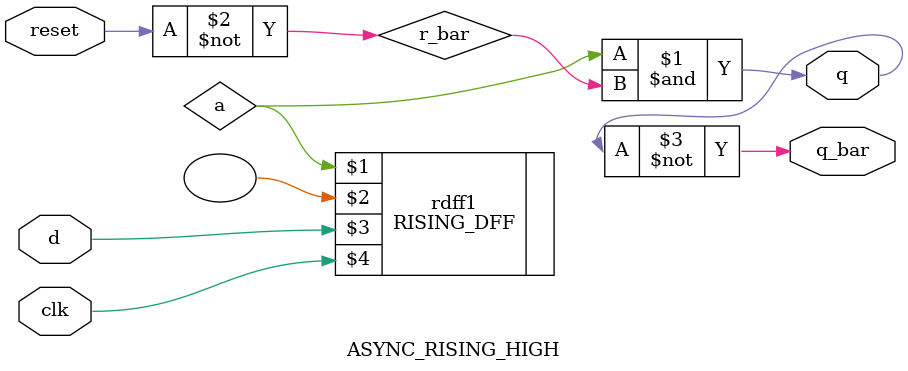
<source format=v>
module ASYNC_RISING_HIGH(q,q_bar,reset,d,clk);
input d,reset,clk;
output q,q_bar;
wire a;
RISING_DFF rdff1(a,,d,clk);
not(r_bar,reset);
and(q,a,r_bar);
not(q_bar,q);
endmodule

</source>
